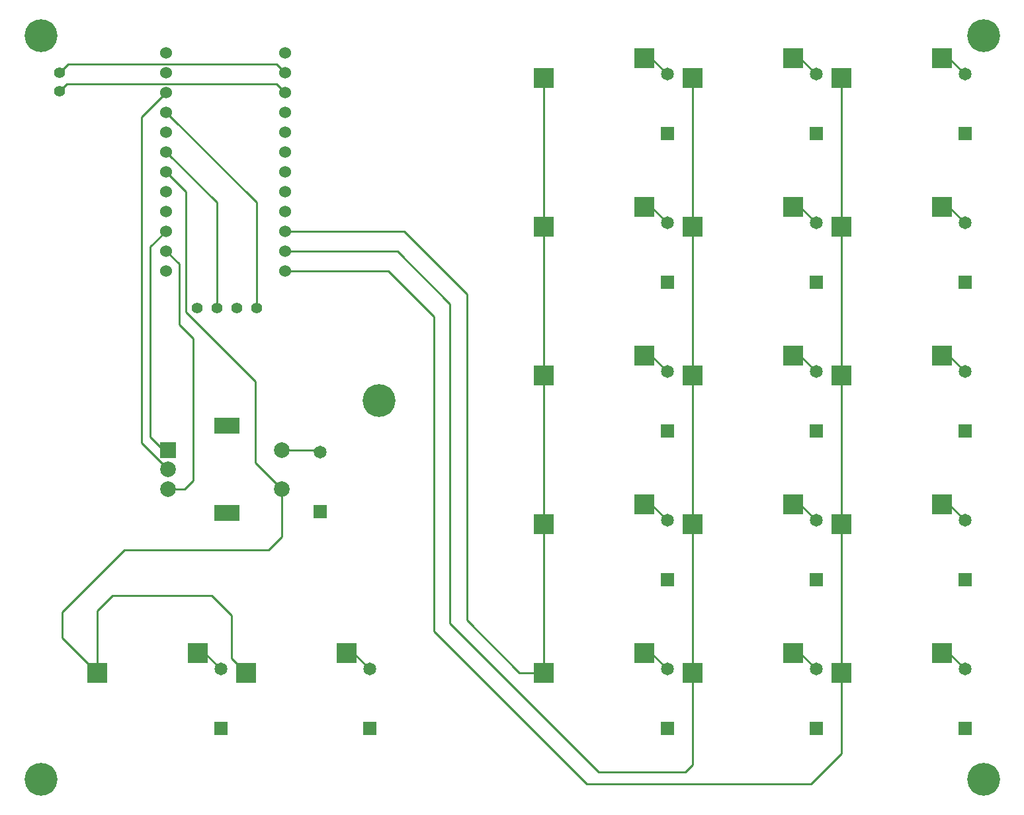
<source format=gbr>
%TF.GenerationSoftware,KiCad,Pcbnew,(5.1.10)-1*%
%TF.CreationDate,2021-07-10T22:05:52+03:00*%
%TF.ProjectId,BedoPadPcb,4265646f-5061-4645-9063-622e6b696361,rev?*%
%TF.SameCoordinates,Original*%
%TF.FileFunction,Copper,L2,Bot*%
%TF.FilePolarity,Positive*%
%FSLAX46Y46*%
G04 Gerber Fmt 4.6, Leading zero omitted, Abs format (unit mm)*
G04 Created by KiCad (PCBNEW (5.1.10)-1) date 2021-07-10 22:05:52*
%MOMM*%
%LPD*%
G01*
G04 APERTURE LIST*
%TA.AperFunction,ComponentPad*%
%ADD10C,4.200000*%
%TD*%
%TA.AperFunction,ComponentPad*%
%ADD11R,1.651000X1.651000*%
%TD*%
%TA.AperFunction,ComponentPad*%
%ADD12C,1.651000*%
%TD*%
%TA.AperFunction,ComponentPad*%
%ADD13C,1.524000*%
%TD*%
%TA.AperFunction,ComponentPad*%
%ADD14C,1.397000*%
%TD*%
%TA.AperFunction,ComponentPad*%
%ADD15C,2.000000*%
%TD*%
%TA.AperFunction,WasherPad*%
%ADD16R,3.200000X2.000000*%
%TD*%
%TA.AperFunction,ComponentPad*%
%ADD17R,2.000000X2.000000*%
%TD*%
%TA.AperFunction,SMDPad,CuDef*%
%ADD18R,2.550000X2.500000*%
%TD*%
%TA.AperFunction,Conductor*%
%ADD19C,0.250000*%
%TD*%
G04 APERTURE END LIST*
D10*
%TO.P,REF\u002A\u002A,*%
%TO.N,*%
X70294500Y-99123500D03*
%TD*%
%TO.P,REF\u002A\u002A,*%
%TO.N,*%
X147637500Y-147637500D03*
%TD*%
%TO.P,REF\u002A\u002A,*%
%TO.N,*%
X26987500Y-147637500D03*
%TD*%
%TO.P,REF\u002A\u002A,*%
%TO.N,*%
X26987500Y-52387500D03*
%TD*%
%TO.P,REF\u002A\u002A,*%
%TO.N,*%
X147637500Y-52387500D03*
%TD*%
D11*
%TO.P,D1,2*%
%TO.N,Row2*%
X62706250Y-113347500D03*
D12*
%TO.P,D1,1*%
%TO.N,Net-(D1-Pad1)*%
X62706250Y-105727500D03*
%TD*%
D11*
%TO.P,D2,2*%
%TO.N,Row3*%
X50006250Y-141128750D03*
D12*
%TO.P,D2,1*%
%TO.N,Net-(D2-Pad1)*%
X50006250Y-133508750D03*
%TD*%
D11*
%TO.P,D3,2*%
%TO.N,Row4*%
X69056250Y-141128750D03*
D12*
%TO.P,D3,1*%
%TO.N,Net-(D3-Pad1)*%
X69056250Y-133508750D03*
%TD*%
D11*
%TO.P,D4,2*%
%TO.N,Row0*%
X107156250Y-64928750D03*
D12*
%TO.P,D4,1*%
%TO.N,Net-(D4-Pad1)*%
X107156250Y-57308750D03*
%TD*%
D11*
%TO.P,D5,2*%
%TO.N,Row1*%
X107156250Y-83978750D03*
D12*
%TO.P,D5,1*%
%TO.N,Net-(D5-Pad1)*%
X107156250Y-76358750D03*
%TD*%
D11*
%TO.P,D6,2*%
%TO.N,Row2*%
X107156250Y-103028750D03*
D12*
%TO.P,D6,1*%
%TO.N,Net-(D6-Pad1)*%
X107156250Y-95408750D03*
%TD*%
D11*
%TO.P,D7,2*%
%TO.N,Row3*%
X107156250Y-122078750D03*
D12*
%TO.P,D7,1*%
%TO.N,Net-(D7-Pad1)*%
X107156250Y-114458750D03*
%TD*%
D11*
%TO.P,D8,2*%
%TO.N,Row4*%
X107156250Y-141128750D03*
D12*
%TO.P,D8,1*%
%TO.N,Net-(D8-Pad1)*%
X107156250Y-133508750D03*
%TD*%
D11*
%TO.P,D9,2*%
%TO.N,Row0*%
X126206250Y-64928750D03*
D12*
%TO.P,D9,1*%
%TO.N,Net-(D9-Pad1)*%
X126206250Y-57308750D03*
%TD*%
D11*
%TO.P,D10,2*%
%TO.N,Row1*%
X126206250Y-83978750D03*
D12*
%TO.P,D10,1*%
%TO.N,Net-(D10-Pad1)*%
X126206250Y-76358750D03*
%TD*%
D11*
%TO.P,D11,2*%
%TO.N,Row2*%
X126206250Y-103028750D03*
D12*
%TO.P,D11,1*%
%TO.N,Net-(D11-Pad1)*%
X126206250Y-95408750D03*
%TD*%
D11*
%TO.P,D12,2*%
%TO.N,Row3*%
X126206250Y-122078750D03*
D12*
%TO.P,D12,1*%
%TO.N,Net-(D12-Pad1)*%
X126206250Y-114458750D03*
%TD*%
D11*
%TO.P,D13,2*%
%TO.N,Row4*%
X126206250Y-141128750D03*
D12*
%TO.P,D13,1*%
%TO.N,Net-(D13-Pad1)*%
X126206250Y-133508750D03*
%TD*%
D11*
%TO.P,D14,2*%
%TO.N,Row0*%
X145256250Y-64928750D03*
D12*
%TO.P,D14,1*%
%TO.N,Net-(D14-Pad1)*%
X145256250Y-57308750D03*
%TD*%
D11*
%TO.P,D15,2*%
%TO.N,Row1*%
X145256250Y-83978750D03*
D12*
%TO.P,D15,1*%
%TO.N,Net-(D15-Pad1)*%
X145256250Y-76358750D03*
%TD*%
D11*
%TO.P,D16,2*%
%TO.N,Row2*%
X145256250Y-103028750D03*
D12*
%TO.P,D16,1*%
%TO.N,Net-(D16-Pad1)*%
X145256250Y-95408750D03*
%TD*%
D11*
%TO.P,D17,2*%
%TO.N,Row3*%
X145256250Y-122078750D03*
D12*
%TO.P,D17,1*%
%TO.N,Net-(D17-Pad1)*%
X145256250Y-114458750D03*
%TD*%
D11*
%TO.P,D18,2*%
%TO.N,Row4*%
X145256250Y-141128750D03*
D12*
%TO.P,D18,1*%
%TO.N,Net-(D18-Pad1)*%
X145256250Y-133508750D03*
%TD*%
D13*
%TO.P,U1,1*%
%TO.N,N/C*%
X43029850Y-54578250D03*
%TO.P,U1,2*%
X43029850Y-57118250D03*
%TO.P,U1,3*%
%TO.N,EncoderGND*%
X43029850Y-59658250D03*
%TO.P,U1,4*%
%TO.N,OledGND*%
X43029850Y-62198250D03*
%TO.P,U1,5*%
%TO.N,OledSDA*%
X43029850Y-64738250D03*
%TO.P,U1,6*%
%TO.N,OledSCL*%
X43029850Y-67278250D03*
%TO.P,U1,7*%
%TO.N,Col0*%
X43029850Y-69818250D03*
%TO.P,U1,8*%
%TO.N,N/C*%
X43029850Y-72358250D03*
%TO.P,U1,9*%
X43029850Y-74898250D03*
%TO.P,U1,10*%
%TO.N,EncoderPadA*%
X43029850Y-77438250D03*
%TO.P,U1,11*%
%TO.N,EncoderPadB*%
X43029850Y-79978250D03*
%TO.P,U1,12*%
%TO.N,N/C*%
X43029850Y-82518250D03*
%TO.P,U1,13*%
%TO.N,Col3*%
X58249850Y-82518250D03*
%TO.P,U1,14*%
%TO.N,Col2*%
X58249850Y-79978250D03*
%TO.P,U1,15*%
%TO.N,Col1*%
X58249850Y-77438250D03*
%TO.P,U1,16*%
%TO.N,Row4*%
X58249850Y-74898250D03*
%TO.P,U1,17*%
%TO.N,Row3*%
X58249850Y-72358250D03*
%TO.P,U1,18*%
%TO.N,Row2*%
X58249850Y-69818250D03*
%TO.P,U1,19*%
%TO.N,Row1*%
X58249850Y-67278250D03*
%TO.P,U1,20*%
%TO.N,Row0*%
X58249850Y-64738250D03*
%TO.P,U1,21*%
%TO.N,OledVCC*%
X58249850Y-62198250D03*
%TO.P,U1,22*%
%TO.N,ResetVIA2*%
X58249850Y-59658250D03*
%TO.P,U1,23*%
%TO.N,ResetVIA1*%
X58249850Y-57118250D03*
%TO.P,U1,24*%
%TO.N,N/C*%
X58249850Y-54578250D03*
%TD*%
D14*
%TO.P,H2,1*%
%TO.N,ResetVIA2*%
X29368750Y-59531250D03*
%TD*%
%TO.P,H1,1*%
%TO.N,ResetVIA1*%
X29368750Y-57150000D03*
%TD*%
%TO.P,OL1,1*%
%TO.N,OledSDA*%
X46990000Y-87312500D03*
%TO.P,OL1,2*%
%TO.N,OledSCL*%
X49530000Y-87312500D03*
%TO.P,OL1,3*%
%TO.N,OledVCC*%
X52070000Y-87312500D03*
%TO.P,OL1,4*%
%TO.N,OledGND*%
X54610000Y-87312500D03*
%TD*%
D15*
%TO.P,SW1,S1*%
%TO.N,Col0*%
X57800000Y-110450000D03*
%TO.P,SW1,S2*%
%TO.N,Net-(D1-Pad1)*%
X57800000Y-105450000D03*
D16*
%TO.P,SW1,*%
%TO.N,*%
X50800000Y-113550000D03*
X50800000Y-102350000D03*
D15*
%TO.P,SW1,B*%
%TO.N,EncoderPadB*%
X43300000Y-110450000D03*
%TO.P,SW1,C*%
%TO.N,EncoderGND*%
X43300000Y-107950000D03*
D17*
%TO.P,SW1,A*%
%TO.N,EncoderPadA*%
X43300000Y-105450000D03*
%TD*%
D18*
%TO.P,SW2,2*%
%TO.N,Net-(D2-Pad1)*%
X47117000Y-131445000D03*
%TO.P,SW2,1*%
%TO.N,Col0*%
X34190000Y-133985000D03*
%TD*%
%TO.P,SW3,1*%
%TO.N,Col0*%
X53240000Y-133985000D03*
%TO.P,SW3,2*%
%TO.N,Net-(D3-Pad1)*%
X66167000Y-131445000D03*
%TD*%
%TO.P,SW4,2*%
%TO.N,Net-(D4-Pad1)*%
X104267000Y-55245000D03*
%TO.P,SW4,1*%
%TO.N,Col1*%
X91340000Y-57785000D03*
%TD*%
%TO.P,SW5,2*%
%TO.N,Net-(D5-Pad1)*%
X104267000Y-74295000D03*
%TO.P,SW5,1*%
%TO.N,Col1*%
X91340000Y-76835000D03*
%TD*%
%TO.P,SW6,1*%
%TO.N,Col1*%
X91340000Y-95885000D03*
%TO.P,SW6,2*%
%TO.N,Net-(D6-Pad1)*%
X104267000Y-93345000D03*
%TD*%
%TO.P,SW7,2*%
%TO.N,Net-(D7-Pad1)*%
X104267000Y-112395000D03*
%TO.P,SW7,1*%
%TO.N,Col1*%
X91340000Y-114935000D03*
%TD*%
%TO.P,SW8,1*%
%TO.N,Col1*%
X91340000Y-133985000D03*
%TO.P,SW8,2*%
%TO.N,Net-(D8-Pad1)*%
X104267000Y-131445000D03*
%TD*%
%TO.P,SW9,1*%
%TO.N,Col2*%
X110390000Y-57785000D03*
%TO.P,SW9,2*%
%TO.N,Net-(D9-Pad1)*%
X123317000Y-55245000D03*
%TD*%
%TO.P,SW10,1*%
%TO.N,Col2*%
X110390000Y-76835000D03*
%TO.P,SW10,2*%
%TO.N,Net-(D10-Pad1)*%
X123317000Y-74295000D03*
%TD*%
%TO.P,SW11,2*%
%TO.N,Net-(D11-Pad1)*%
X123317000Y-93345000D03*
%TO.P,SW11,1*%
%TO.N,Col2*%
X110390000Y-95885000D03*
%TD*%
%TO.P,SW12,1*%
%TO.N,Col2*%
X110390000Y-114935000D03*
%TO.P,SW12,2*%
%TO.N,Net-(D12-Pad1)*%
X123317000Y-112395000D03*
%TD*%
%TO.P,SW13,2*%
%TO.N,Net-(D13-Pad1)*%
X123317000Y-131445000D03*
%TO.P,SW13,1*%
%TO.N,Col2*%
X110390000Y-133985000D03*
%TD*%
%TO.P,SW14,1*%
%TO.N,Col3*%
X129440000Y-57785000D03*
%TO.P,SW14,2*%
%TO.N,Net-(D14-Pad1)*%
X142367000Y-55245000D03*
%TD*%
%TO.P,SW15,2*%
%TO.N,Net-(D15-Pad1)*%
X142367000Y-74295000D03*
%TO.P,SW15,1*%
%TO.N,Col3*%
X129440000Y-76835000D03*
%TD*%
%TO.P,SW16,1*%
%TO.N,Col3*%
X129440000Y-95885000D03*
%TO.P,SW16,2*%
%TO.N,Net-(D16-Pad1)*%
X142367000Y-93345000D03*
%TD*%
%TO.P,SW17,2*%
%TO.N,Net-(D17-Pad1)*%
X142367000Y-112395000D03*
%TO.P,SW17,1*%
%TO.N,Col3*%
X129440000Y-114935000D03*
%TD*%
%TO.P,SW18,1*%
%TO.N,Col3*%
X129440000Y-133985000D03*
%TO.P,SW18,2*%
%TO.N,Net-(D18-Pad1)*%
X142367000Y-131445000D03*
%TD*%
D19*
%TO.N,OledSCL*%
X49530000Y-73778400D02*
X49530000Y-87312500D01*
X43029850Y-67278250D02*
X49530000Y-73778400D01*
%TO.N,OledGND*%
X54610000Y-73778400D02*
X54610000Y-87312500D01*
X43029850Y-62198250D02*
X54610000Y-73778400D01*
%TO.N,Col0*%
X57912000Y-110562000D02*
X57800000Y-110450000D01*
X34190000Y-133985000D02*
X34190000Y-126084000D01*
X34190000Y-126084000D02*
X36195000Y-124079000D01*
X36195000Y-124079000D02*
X48895000Y-124079000D01*
X48895000Y-124079000D02*
X51435000Y-126619000D01*
X51435000Y-132180000D02*
X53240000Y-133985000D01*
X51435000Y-126619000D02*
X51435000Y-132180000D01*
X57800000Y-110450000D02*
X57800000Y-116571000D01*
X57800000Y-116571000D02*
X56134000Y-118237000D01*
X56134000Y-118237000D02*
X37719000Y-118237000D01*
X37719000Y-118237000D02*
X29718000Y-126238000D01*
X29718000Y-129513000D02*
X34190000Y-133985000D01*
X29718000Y-126238000D02*
X29718000Y-129513000D01*
X54483000Y-96647000D02*
X45593000Y-87757000D01*
X45593000Y-72381400D02*
X43029850Y-69818250D01*
X45593000Y-87757000D02*
X45593000Y-72381400D01*
X54483000Y-107133000D02*
X54483000Y-96647000D01*
X57800000Y-110450000D02*
X54483000Y-107133000D01*
%TO.N,EncoderPadB*%
X43300000Y-110450000D02*
X45379000Y-110450000D01*
X45379000Y-110450000D02*
X46482000Y-109347000D01*
X46482000Y-109347000D02*
X46482000Y-91186000D01*
X46482000Y-91186000D02*
X44704000Y-89408000D01*
X44704000Y-81652400D02*
X43029850Y-79978250D01*
X44704000Y-89408000D02*
X44704000Y-81652400D01*
%TO.N,EncoderGND*%
X43300000Y-107950000D02*
X39878000Y-104528000D01*
X39878000Y-62810100D02*
X43029850Y-59658250D01*
X39878000Y-104528000D02*
X39878000Y-62810100D01*
%TO.N,EncoderPadA*%
X43300000Y-105450000D02*
X42712000Y-105450000D01*
X42712000Y-105450000D02*
X41021000Y-103759000D01*
X41021000Y-79447100D02*
X43029850Y-77438250D01*
X41021000Y-103759000D02*
X41021000Y-79447100D01*
%TO.N,Col1*%
X91340000Y-57785000D02*
X91340000Y-76835000D01*
X91340000Y-76835000D02*
X91340000Y-95885000D01*
X91340000Y-95885000D02*
X91340000Y-114935000D01*
X91340000Y-114935000D02*
X91340000Y-133985000D01*
X91340000Y-133985000D02*
X88265000Y-133985000D01*
X88265000Y-133985000D02*
X81534000Y-127254000D01*
X81534000Y-127254000D02*
X81534000Y-85471000D01*
X73501250Y-77438250D02*
X58249850Y-77438250D01*
X81534000Y-85471000D02*
X73501250Y-77438250D01*
%TO.N,Col2*%
X110390000Y-117592998D02*
X110390000Y-114935000D01*
X110390000Y-133985000D02*
X110390000Y-117592998D01*
X110390000Y-114935000D02*
X110390000Y-95885000D01*
X110390000Y-76835000D02*
X110390000Y-95885000D01*
X110390000Y-76835000D02*
X110390000Y-57785000D01*
X110390000Y-133985000D02*
X110390000Y-145769000D01*
X110390000Y-145769000D02*
X109474000Y-146685000D01*
X109474000Y-146685000D02*
X98425000Y-146685000D01*
X98425000Y-146685000D02*
X79375000Y-127635000D01*
X79375000Y-127635000D02*
X79375000Y-86741000D01*
X72612250Y-79978250D02*
X58249850Y-79978250D01*
X79375000Y-86741000D02*
X72612250Y-79978250D01*
%TO.N,Col3*%
X129440000Y-57785000D02*
X129440000Y-76835000D01*
X129440000Y-79257002D02*
X129440000Y-95885000D01*
X129440000Y-76835000D02*
X129440000Y-79257002D01*
X129440000Y-95885000D02*
X129440000Y-114935000D01*
X129440000Y-114935000D02*
X129440000Y-133985000D01*
X96901000Y-148209000D02*
X125603000Y-148209000D01*
X77343000Y-128651000D02*
X96901000Y-148209000D01*
X125603000Y-148209000D02*
X129440000Y-144372000D01*
X77343000Y-88392000D02*
X77343000Y-128651000D01*
X71469250Y-82518250D02*
X77343000Y-88392000D01*
X129440000Y-144372000D02*
X129440000Y-133985000D01*
X58249850Y-82518250D02*
X71469250Y-82518250D01*
%TO.N,ResetVIA2*%
X57162849Y-58571249D02*
X58249850Y-59658250D01*
X30328751Y-58571249D02*
X57162849Y-58571249D01*
X29368750Y-59531250D02*
X30328751Y-58571249D01*
%TO.N,ResetVIA1*%
X57162849Y-56031249D02*
X58249850Y-57118250D01*
X30487501Y-56031249D02*
X57162849Y-56031249D01*
X29368750Y-57150000D02*
X30487501Y-56031249D01*
%TO.N,Net-(D1-Pad1)*%
X62428750Y-105450000D02*
X62706250Y-105727500D01*
X57800000Y-105450000D02*
X62428750Y-105450000D01*
%TO.N,Net-(D2-Pad1)*%
X47117000Y-131445000D02*
X47132500Y-131445000D01*
X47942500Y-131445000D02*
X50006250Y-133508750D01*
X47117000Y-131445000D02*
X47942500Y-131445000D01*
%TO.N,Net-(D3-Pad1)*%
X66167000Y-131445000D02*
X66182500Y-131445000D01*
X66992500Y-131445000D02*
X69056250Y-133508750D01*
X66167000Y-131445000D02*
X66992500Y-131445000D01*
%TO.N,Net-(D4-Pad1)*%
X104267000Y-55245000D02*
X104282500Y-55245000D01*
X105092500Y-55245000D02*
X107156250Y-57308750D01*
X104267000Y-55245000D02*
X105092500Y-55245000D01*
%TO.N,Net-(D5-Pad1)*%
X104267000Y-74295000D02*
X104282500Y-74295000D01*
X105092500Y-74295000D02*
X107156250Y-76358750D01*
X104267000Y-74295000D02*
X105092500Y-74295000D01*
%TO.N,Net-(D6-Pad1)*%
X105092500Y-93345000D02*
X107156250Y-95408750D01*
X104267000Y-93345000D02*
X105092500Y-93345000D01*
X104267000Y-93345000D02*
X104282500Y-93345000D01*
%TO.N,Net-(D7-Pad1)*%
X104267000Y-112395000D02*
X104282500Y-112395000D01*
X105092500Y-112395000D02*
X107156250Y-114458750D01*
X104267000Y-112395000D02*
X105092500Y-112395000D01*
%TO.N,Net-(D8-Pad1)*%
X104267000Y-131445000D02*
X104282500Y-131445000D01*
X105092500Y-131445000D02*
X107156250Y-133508750D01*
X104267000Y-131445000D02*
X105092500Y-131445000D01*
%TO.N,Net-(D9-Pad1)*%
X123317000Y-55245000D02*
X123332500Y-55245000D01*
X124142500Y-55245000D02*
X126206250Y-57308750D01*
X123317000Y-55245000D02*
X124142500Y-55245000D01*
%TO.N,Net-(D10-Pad1)*%
X123317000Y-74295000D02*
X123332500Y-74295000D01*
X124142500Y-74295000D02*
X126206250Y-76358750D01*
X123317000Y-74295000D02*
X124142500Y-74295000D01*
%TO.N,Net-(D11-Pad1)*%
X123317000Y-93345000D02*
X123332500Y-93345000D01*
X124142500Y-93345000D02*
X126206250Y-95408750D01*
X123317000Y-93345000D02*
X124142500Y-93345000D01*
%TO.N,Net-(D12-Pad1)*%
X123317000Y-112395000D02*
X123332500Y-112395000D01*
X124142500Y-112395000D02*
X126206250Y-114458750D01*
X123317000Y-112395000D02*
X124142500Y-112395000D01*
%TO.N,Net-(D13-Pad1)*%
X123317000Y-131445000D02*
X123332500Y-131445000D01*
X124142500Y-131445000D02*
X126206250Y-133508750D01*
X123317000Y-131445000D02*
X124142500Y-131445000D01*
%TO.N,Net-(D14-Pad1)*%
X142367000Y-55245000D02*
X142382500Y-55245000D01*
X143192500Y-55245000D02*
X145256250Y-57308750D01*
X142367000Y-55245000D02*
X143192500Y-55245000D01*
%TO.N,Net-(D15-Pad1)*%
X142367000Y-74295000D02*
X142382500Y-74295000D01*
X143192500Y-74295000D02*
X145256250Y-76358750D01*
X142367000Y-74295000D02*
X143192500Y-74295000D01*
%TO.N,Net-(D16-Pad1)*%
X142367000Y-93345000D02*
X142382500Y-93345000D01*
X143192500Y-93345000D02*
X145256250Y-95408750D01*
X142367000Y-93345000D02*
X143192500Y-93345000D01*
%TO.N,Net-(D17-Pad1)*%
X142367000Y-112395000D02*
X142382500Y-112395000D01*
X143192500Y-112395000D02*
X145256250Y-114458750D01*
X142367000Y-112395000D02*
X143192500Y-112395000D01*
%TO.N,Net-(D18-Pad1)*%
X142367000Y-131445000D02*
X142382500Y-131445000D01*
X143192500Y-131445000D02*
X145256250Y-133508750D01*
X142367000Y-131445000D02*
X143192500Y-131445000D01*
%TD*%
M02*

</source>
